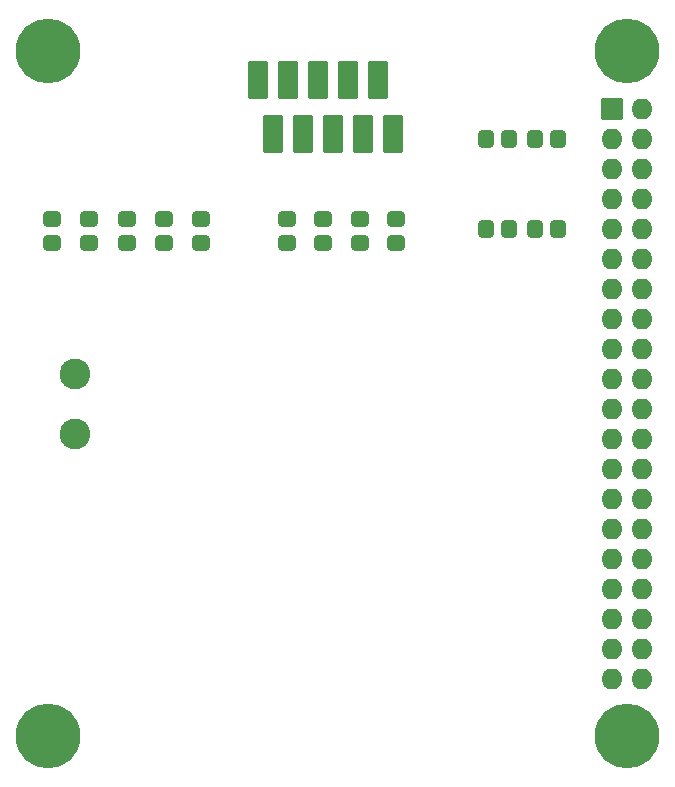
<source format=gts>
G04 #@! TF.GenerationSoftware,KiCad,Pcbnew,9.0.0*
G04 #@! TF.CreationDate,2025-08-15T17:42:36+05:30*
G04 #@! TF.ProjectId,MAKEEN_Keypad_Test_PCB,4d414b45-454e-45f4-9b65-797061645f54,V1*
G04 #@! TF.SameCoordinates,Original*
G04 #@! TF.FileFunction,Soldermask,Top*
G04 #@! TF.FilePolarity,Negative*
%FSLAX46Y46*%
G04 Gerber Fmt 4.6, Leading zero omitted, Abs format (unit mm)*
G04 Created by KiCad (PCBNEW 9.0.0) date 2025-08-15 17:42:36*
%MOMM*%
%LPD*%
G01*
G04 APERTURE LIST*
G04 Aperture macros list*
%AMRoundRect*
0 Rectangle with rounded corners*
0 $1 Rounding radius*
0 $2 $3 $4 $5 $6 $7 $8 $9 X,Y pos of 4 corners*
0 Add a 4 corners polygon primitive as box body*
4,1,4,$2,$3,$4,$5,$6,$7,$8,$9,$2,$3,0*
0 Add four circle primitives for the rounded corners*
1,1,$1+$1,$2,$3*
1,1,$1+$1,$4,$5*
1,1,$1+$1,$6,$7*
1,1,$1+$1,$8,$9*
0 Add four rect primitives between the rounded corners*
20,1,$1+$1,$2,$3,$4,$5,0*
20,1,$1+$1,$4,$5,$6,$7,0*
20,1,$1+$1,$6,$7,$8,$9,0*
20,1,$1+$1,$8,$9,$2,$3,0*%
G04 Aperture macros list end*
%ADD10RoundRect,0.266666X-0.373334X-0.473334X0.373334X-0.473334X0.373334X0.473334X-0.373334X0.473334X0*%
%ADD11RoundRect,0.266666X0.473334X-0.373334X0.473334X0.373334X-0.473334X0.373334X-0.473334X-0.373334X0*%
%ADD12C,2.604000*%
%ADD13RoundRect,0.102000X-0.750000X-1.500000X0.750000X-1.500000X0.750000X1.500000X-0.750000X1.500000X0*%
%ADD14C,5.480000*%
%ADD15RoundRect,0.040000X0.850000X0.850000X-0.850000X0.850000X-0.850000X-0.850000X0.850000X-0.850000X0*%
%ADD16O,1.780000X1.780000*%
G04 APERTURE END LIST*
D10*
X161660000Y-72610000D03*
X163660000Y-72610000D03*
D11*
X123942500Y-73750000D03*
X123942500Y-71750000D03*
X133445000Y-73750000D03*
X133445000Y-71750000D03*
D10*
X161660000Y-64990000D03*
X163660000Y-64990000D03*
X157510000Y-64990000D03*
X159510000Y-64990000D03*
D11*
X146865000Y-73750000D03*
X146865000Y-71750000D03*
D12*
X122770000Y-84830000D03*
X122770000Y-89910000D03*
D11*
X143775000Y-73750000D03*
X143775000Y-71750000D03*
X149955000Y-73750000D03*
X149955000Y-71750000D03*
D13*
X138275000Y-60000000D03*
X139545000Y-64500000D03*
X140815000Y-60000000D03*
X142085000Y-64500000D03*
X143355000Y-60000000D03*
X144625000Y-64500000D03*
X145895000Y-60000000D03*
X147165000Y-64500000D03*
X148435000Y-60000000D03*
X149705000Y-64500000D03*
D14*
X169500000Y-115500000D03*
X120500000Y-57500000D03*
X169500000Y-57500000D03*
X120500000Y-115500000D03*
D10*
X157510000Y-72610000D03*
X159510000Y-72610000D03*
D11*
X120775000Y-73750000D03*
X120775000Y-71750000D03*
X127110000Y-73750000D03*
X127110000Y-71750000D03*
X140685000Y-73750000D03*
X140685000Y-71750000D03*
X130277500Y-73750000D03*
X130277500Y-71750000D03*
D15*
X168210000Y-62450000D03*
D16*
X170750000Y-62450000D03*
X168210000Y-64990000D03*
X170750000Y-64990000D03*
X168210000Y-67530000D03*
X170750000Y-67530000D03*
X168210000Y-70070000D03*
X170750000Y-70070000D03*
X168210000Y-72610000D03*
X170750000Y-72610000D03*
X168210000Y-75150000D03*
X170750000Y-75150000D03*
X168210000Y-77690000D03*
X170750000Y-77690000D03*
X168210000Y-80230000D03*
X170750000Y-80230000D03*
X168210000Y-82770000D03*
X170750000Y-82770000D03*
X168210000Y-85310000D03*
X170750000Y-85310000D03*
X168210000Y-87850000D03*
X170750000Y-87850000D03*
X168210000Y-90390000D03*
X170750000Y-90390000D03*
X168210000Y-92930000D03*
X170750000Y-92930000D03*
X168210000Y-95470000D03*
X170750000Y-95470000D03*
X168210000Y-98010000D03*
X170750000Y-98010000D03*
X168210000Y-100550000D03*
X170750000Y-100550000D03*
X168210000Y-103090000D03*
X170750000Y-103090000D03*
X168210000Y-105630000D03*
X170750000Y-105630000D03*
X168210000Y-108170000D03*
X170750000Y-108170000D03*
X168210000Y-110710000D03*
X170750000Y-110710000D03*
M02*

</source>
